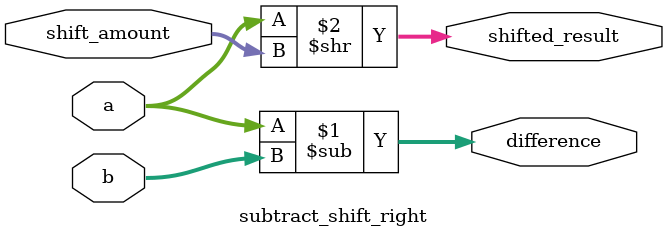
<source format=sv>
module subtract_shift_right (
    input [7:0] a,
    input [7:0] b,
    input [2:0] shift_amount,
    output [7:0] difference,
    output [7:0] shifted_result
);
    assign difference = a - b;               // 减法
    assign shifted_result = a >> shift_amount; // 右移
endmodule

</source>
